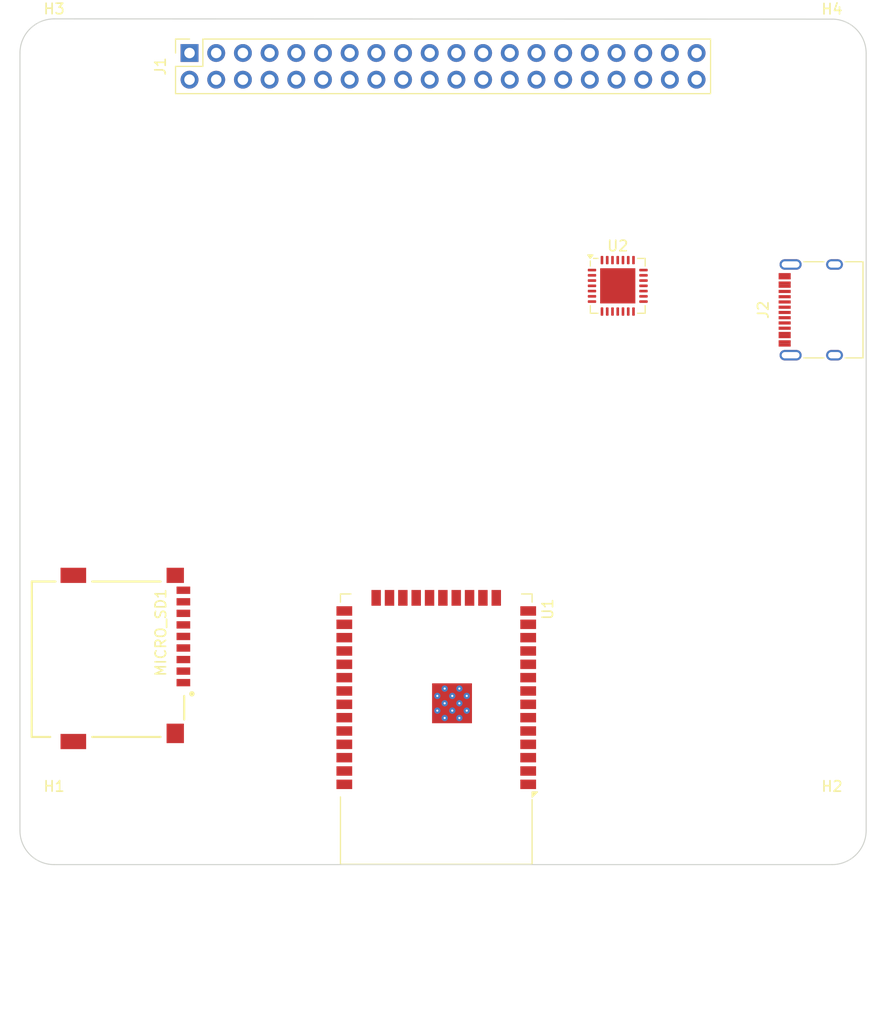
<source format=kicad_pcb>
(kicad_pcb (version 20240108) (generator "pcbnew") (generator_version "8.0")
  (layers (0 "F.Cu" signal) (31 "B.Cu" signal) (34 "B.Paste" user) (35 "F.Paste" user) (36 "B.SilkS" user "B.Silkscreen") (37 "F.SilkS" user "F.Silkscreen") (38 "B.Mask" user) (39 "F.Mask" user) (44 "Edge.Cuts" user))
  (net 0 "")
  (net 2 "Net-(U1-GND-Pad1)")
  (net 95 "Net-(U2-GND-Pad29)")
  (net 118 "Net-(J2-GND-PadA1)")
  (net 119 "Net-(J2-VBUS-PadA4)")
  (footprint "Connector_USB:USB_C_Receptacle_XKB_U262-16XN-4BVC11" (layer "F.Cu") (at 127.254 74.168 90)
    (property "Reference" "J2" (at 0 -5.715 270) (layer "F.SilkS"))
    (property "Value" "USB_C_Receptacle_USB2.0_16P")
    (fp_line (start -4.58 -1.85) (end -4.58 0.07) (stroke (width 0.12)) (layer "F.SilkS"))
    (fp_line (start 4.58 0.07) (end 4.58 -1.85) (stroke (width 0.12)) (layer "F.SilkS"))
    (fp_line (start 4.58 2.08) (end 4.58 3.785) (stroke (width 0.12)) (layer "F.SilkS"))
    (fp_line (start 4.58 3.785) (end -4.58 3.785) (stroke (width 0.12)) (layer "F.SilkS"))
    (fp_line (start -4.58 3.785) (end -4.58 2.08) (stroke (width 0.12)) (layer "F.SilkS"))
    (pad "" np_thru_hole circle (at -2.89 -2.605 90) (size 0.65 0.65) (drill 0.65) (layers "*.Cu" "*.Mask"))
    (pad "" np_thru_hole circle (at 2.89 -2.605 90) (size 0.65 0.65) (drill 0.65) (layers "*.Cu" "*.Mask"))
    (pad "A1" smd rect (at -3.35 -3.67 90) (size 0.3 1.15) (layers "F.Cu" "F.Paste" "F.Mask") (net 118 "Net-(J2-GND-PadA1)"))
    (pad "A4" smd rect (at -2.55 -3.67 90) (size 0.3 1.15) (layers "F.Cu" "F.Paste" "F.Mask") (net 119 "Net-(J2-VBUS-PadA4)"))
    (pad "A5" smd rect (at -1.25 -3.67 90) (size 0.3 1.15) (layers "F.Cu" "F.Paste" "F.Mask"))
    (pad "A6" smd rect (at -0.25 -3.67 90) (size 0.3 1.15) (layers "F.Cu" "F.Paste" "F.Mask"))
    (pad "A7" smd rect (at 0.25 -3.67 90) (size 0.3 1.15) (layers "F.Cu" "F.Paste" "F.Mask"))
    (pad "A8" smd rect (at 1.25 -3.67 90) (size 0.3 1.15) (layers "F.Cu" "F.Paste" "F.Mask"))
    (pad "A9" smd rect (at 2.55 -3.67 90) (size 0.3 1.15) (layers "F.Cu" "F.Paste" "F.Mask") (net 119 "Net-(J2-VBUS-PadA4)"))
    (pad "A12" smd rect (at 3.35 -3.67 90) (size 0.3 1.15) (layers "F.Cu" "F.Paste" "F.Mask") (net 118 "Net-(J2-GND-PadA1)"))
    (pad "B1" smd rect (at 3.05 -3.67 90) (size 0.3 1.15) (layers "F.Cu" "F.Paste" "F.Mask") (net 118 "Net-(J2-GND-PadA1)"))
    (pad "B4" smd rect (at 2.25 -3.67 90) (size 0.3 1.15) (layers "F.Cu" "F.Paste" "F.Mask") (net 119 "Net-(J2-VBUS-PadA4)"))
    (pad "B5" smd rect (at 1.75 -3.67 90) (size 0.3 1.15) (layers "F.Cu" "F.Paste" "F.Mask"))
    (pad "B6" smd rect (at 0.75 -3.67 90) (size 0.3 1.15) (layers "F.Cu" "F.Paste" "F.Mask"))
    (pad "B7" smd rect (at -0.75 -3.67 90) (size 0.3 1.15) (layers "F.Cu" "F.Paste" "F.Mask"))
    (pad "B8" smd rect (at -1.75 -3.67 90) (size 0.3 1.15) (layers "F.Cu" "F.Paste" "F.Mask"))
    (pad "B9" smd rect (at -2.25 -3.67 90) (size 0.3 1.15) (layers "F.Cu" "F.Paste" "F.Mask") (net 119 "Net-(J2-VBUS-PadA4)"))
    (pad "B12" smd rect (at -3.05 -3.67 90) (size 0.3 1.15) (layers "F.Cu" "F.Paste" "F.Mask") (net 118 "Net-(J2-GND-PadA1)"))
    (pad "S1" thru_hole oval (at -4.32 -3.105 90) (size 1 2.1) (drill oval 0.6 1.7) (layers "*.Cu" "*.Mask"))
    (pad "S1" thru_hole oval (at -4.32 1.075 90) (size 1 1.6) (drill oval 0.6 1.2) (layers "*.Cu" "*.Mask"))
    (pad "S1" thru_hole oval (at 4.32 -3.105 90) (size 1 2.1) (drill oval 0.6 1.7) (layers "*.Cu" "*.Mask"))
    (pad "S1" thru_hole oval (at 4.32 1.075 90) (size 1 1.6) (drill oval 0.6 1.2) (layers "*.Cu" "*.Mask"))
  )
  (footprint "Connector_PinSocket_2.54mm:PinSocket_2x20_P2.54mm_Vertical" (layer "F.Cu") (at 66.940388 49.710258 90)
    (property "Reference" "J1" (at -1.27 -2.77 270) (layer "F.SilkS"))
    (property "Value" "Conn_02x20_Odd_Even")
    (fp_line (start 1.33 -1.33) (end 1.33 0) (stroke (width 0.12)) (layer "F.SilkS"))
    (fp_line (start 0 -1.33) (end 1.33 -1.33) (stroke (width 0.12)) (layer "F.SilkS"))
    (fp_line (start -1.27 -1.33) (end -1.27 1.27) (stroke (width 0.12)) (layer "F.SilkS"))
    (fp_line (start -3.87 -1.33) (end -1.27 -1.33) (stroke (width 0.12)) (layer "F.SilkS"))
    (fp_line (start -3.87 -1.33) (end -3.87 49.59) (stroke (width 0.12)) (layer "F.SilkS"))
    (fp_line (start 1.33 1.27) (end 1.33 49.59) (stroke (width 0.12)) (layer "F.SilkS"))
    (fp_line (start -1.27 1.27) (end 1.33 1.27) (stroke (width 0.12)) (layer "F.SilkS"))
    (fp_line (start -3.87 49.59) (end 1.33 49.59) (stroke (width 0.12)) (layer "F.SilkS"))
    (pad "1" thru_hole rect (at 0 0 90) (size 1.7 1.7) (drill 1) (layers "*.Cu" "*.Mask"))
    (pad "2" thru_hole oval (at -2.54 0 90) (size 1.7 1.7) (drill 1) (layers "*.Cu" "*.Mask"))
    (pad "3" thru_hole oval (at 0 2.54 90) (size 1.7 1.7) (drill 1) (layers "*.Cu" "*.Mask"))
    (pad "4" thru_hole oval (at -2.54 2.54 90) (size 1.7 1.7) (drill 1) (layers "*.Cu" "*.Mask"))
    (pad "5" thru_hole oval (at 0 5.08 90) (size 1.7 1.7) (drill 1) (layers "*.Cu" "*.Mask"))
    (pad "6" thru_hole oval (at -2.54 5.08 90) (size 1.7 1.7) (drill 1) (layers "*.Cu" "*.Mask"))
    (pad "7" thru_hole oval (at 0 7.62 90) (size 1.7 1.7) (drill 1) (layers "*.Cu" "*.Mask"))
    (pad "8" thru_hole oval (at -2.54 7.62 90) (size 1.7 1.7) (drill 1) (layers "*.Cu" "*.Mask"))
    (pad "9" thru_hole oval (at 0 10.16 90) (size 1.7 1.7) (drill 1) (layers "*.Cu" "*.Mask"))
    (pad "10" thru_hole oval (at -2.54 10.16 90) (size 1.7 1.7) (drill 1) (layers "*.Cu" "*.Mask"))
    (pad "11" thru_hole oval (at 0 12.7 90) (size 1.7 1.7) (drill 1) (layers "*.Cu" "*.Mask"))
    (pad "12" thru_hole oval (at -2.54 12.7 90) (size 1.7 1.7) (drill 1) (layers "*.Cu" "*.Mask"))
    (pad "13" thru_hole oval (at 0 15.24 90) (size 1.7 1.7) (drill 1) (layers "*.Cu" "*.Mask"))
    (pad "14" thru_hole oval (at -2.54 15.24 90) (size 1.7 1.7) (drill 1) (layers "*.Cu" "*.Mask"))
    (pad "15" thru_hole oval (at 0 17.78 90) (size 1.7 1.7) (drill 1) (layers "*.Cu" "*.Mask"))
    (pad "16" thru_hole oval (at -2.54 17.78 90) (size 1.7 1.7) (drill 1) (layers "*.Cu" "*.Mask"))
    (pad "17" thru_hole oval (at 0 20.32 90) (size 1.7 1.7) (drill 1) (layers "*.Cu" "*.Mask"))
    (pad "18" thru_hole oval (at -2.54 20.32 90) (size 1.7 1.7) (drill 1) (layers "*.Cu" "*.Mask"))
    (pad "19" thru_hole oval (at 0 22.86 90) (size 1.7 1.7) (drill 1) (layers "*.Cu" "*.Mask"))
    (pad "20" thru_hole oval (at -2.54 22.86 90) (size 1.7 1.7) (drill 1) (layers "*.Cu" "*.Mask"))
    (pad "21" thru_hole oval (at 0 25.4 90) (size 1.7 1.7) (drill 1) (layers "*.Cu" "*.Mask"))
    (pad "22" thru_hole oval (at -2.54 25.4 90) (size 1.7 1.7) (drill 1) (layers "*.Cu" "*.Mask"))
    (pad "23" thru_hole oval (at 0 27.94 90) (size 1.7 1.7) (drill 1) (layers "*.Cu" "*.Mask"))
    (pad "24" thru_hole oval (at -2.54 27.94 90) (size 1.7 1.7) (drill 1) (layers "*.Cu" "*.Mask"))
    (pad "25" thru_hole oval (at 0 30.48 90) (size 1.7 1.7) (drill 1) (layers "*.Cu" "*.Mask"))
    (pad "26" thru_hole oval (at -2.54 30.48 90) (size 1.7 1.7) (drill 1) (layers "*.Cu" "*.Mask"))
    (pad "27" thru_hole oval (at 0 33.02 90) (size 1.7 1.7) (drill 1) (layers "*.Cu" "*.Mask"))
    (pad "28" thru_hole oval (at -2.54 33.02 90) (size 1.7 1.7) (drill 1) (layers "*.Cu" "*.Mask"))
    (pad "29" thru_hole oval (at 0 35.56 90) (size 1.7 1.7) (drill 1) (layers "*.Cu" "*.Mask"))
    (pad "30" thru_hole oval (at -2.54 35.56 90) (size 1.7 1.7) (drill 1) (layers "*.Cu" "*.Mask"))
    (pad "31" thru_hole oval (at 0 38.1 90) (size 1.7 1.7) (drill 1) (layers "*.Cu" "*.Mask"))
    (pad "32" thru_hole oval (at -2.54 38.1 90) (size 1.7 1.7) (drill 1) (layers "*.Cu" "*.Mask"))
    (pad "33" thru_hole oval (at 0 40.64 90) (size 1.7 1.7) (drill 1) (layers "*.Cu" "*.Mask"))
    (pad "34" thru_hole oval (at -2.54 40.64 90) (size 1.7 1.7) (drill 1) (layers "*.Cu" "*.Mask"))
    (pad "35" thru_hole oval (at 0 43.18 90) (size 1.7 1.7) (drill 1) (layers "*.Cu" "*.Mask"))
    (pad "36" thru_hole oval (at -2.54 43.18 90) (size 1.7 1.7) (drill 1) (layers "*.Cu" "*.Mask"))
    (pad "37" thru_hole oval (at 0 45.72 90) (size 1.7 1.7) (drill 1) (layers "*.Cu" "*.Mask"))
    (pad "38" thru_hole oval (at -2.54 45.72 90) (size 1.7 1.7) (drill 1) (layers "*.Cu" "*.Mask"))
    (pad "39" thru_hole oval (at 0 48.26 90) (size 1.7 1.7) (drill 1) (layers "*.Cu" "*.Mask"))
    (pad "40" thru_hole oval (at -2.54 48.26 90) (size 1.7 1.7) (drill 1) (layers "*.Cu" "*.Mask"))
  )
  (footprint "MountingHole:MountingHole_3.2mm_M3" (layer "F.Cu") (at 128.089824 49.732)
    (property "Reference" "H4" (at 0 -4.2 0) (layer "F.SilkS"))
    (property "Value" "MountingHole")
    (pad "" np_thru_hole circle (at 0 0) (size 3.2 3.2) (drill 3.2) (layers "*.Cu" "*.Mask"))
  )
  (footprint "TF-01A:TF-01A" (layer "F.Cu") (at 59.182 107.442 -90)
    (property "Reference" "MICRO_SD1" (at -2.54 -5.024 90) (layer "F.SilkS"))
    (property "Value" "TF-01A")
    (fp_line (start 7.39902 7.2627) (end 7.4 5.5) (stroke (width 0.2032)) (layer "F.SilkS"))
    (fp_line (start -7.39902 7.25) (end 7.39902 7.2627) (stroke (width 0.2032)) (layer "F.SilkS"))
    (fp_line (start -7.4 5) (end -7.39902 7.25) (stroke (width 0.2032)) (layer "F.SilkS"))
    (fp_line (start 7.4 1.5) (end 7.4 -5) (stroke (width 0.2032)) (layer "F.SilkS"))
    (fp_line (start -7.4 -5) (end -7.4 1.5) (stroke (width 0.2032)) (layer "F.SilkS"))
    (fp_line (start 3.5 -7.25) (end 5.738 -7.25) (stroke (width 0.2032)) (layer "F.SilkS"))
    (fp_circle (center 3.29565 -7.98449) (end 3.54965 -7.98449) (fill solid) (layer "F.SilkS"))
    (pad "" np_thru_hole circle (at -5.0038 3.5306 270) (size 0.999997 0.999997) (drill 0.999997) (layers "*.Cu" "*.Mask"))
    (pad "" np_thru_hole circle (at 2.9718 3.5306 270) (size 0.999997 0.999997) (drill 0.999997) (layers "*.Cu" "*.Mask"))
    (pad "1" smd rect (at 2.2298 -7.1738 270) (size 0.7 1.3) (layers "F.Cu" "F.Paste" "F.Mask"))
    (pad "2" smd rect (at 1.1298 -7.1738 270) (size 0.7 1.3) (layers "F.Cu" "F.Paste" "F.Mask"))
    (pad "3" smd rect (at 0.0298 -7.1738 270) (size 0.7 1.3) (layers "F.Cu" "F.Paste" "F.Mask"))
    (pad "4" smd rect (at -1.0702 -7.1738 270) (size 0.7 1.3) (layers "F.Cu" "F.Paste" "F.Mask"))
    (pad "5" smd rect (at -2.1702 -7.1738 270) (size 0.7 1.3) (layers "F.Cu" "F.Paste" "F.Mask"))
    (pad "6" smd rect (at -3.2702 -7.1738 270) (size 0.7 1.3) (layers "F.Cu" "F.Paste" "F.Mask"))
    (pad "7" smd rect (at -4.3702 -7.1738 270) (size 0.7 1.3) (layers "F.Cu" "F.Paste" "F.Mask"))
    (pad "8" smd rect (at -5.4702 -7.1738 270) (size 0.7 1.3) (layers "F.Cu" "F.Paste" "F.Mask"))
    (pad "CD1" smd rect (at -6.5702 -7.1738 270) (size 0.7 1.3) (layers "F.Cu" "F.Paste" "F.Mask"))
    (pad "MP1" smd rect (at -7.9886 -6.4 270) (size 1.4478 1.651) (layers "F.Cu" "F.Paste" "F.Mask"))
    (pad "MP2" smd rect (at -7.9886 3.3 270) (size 1.4478 2.4384) (layers "F.Cu" "F.Paste" "F.Mask"))
    (pad "MP3" smd rect (at 7.8362 3.3 270) (size 1.4478 2.4384) (layers "F.Cu" "F.Paste" "F.Mask"))
    (pad "MP4" smd rect (at 7.0612 -6.4 270) (size 1.8542 1.651) (layers "F.Cu" "F.Paste" "F.Mask"))
  )
  (footprint "Package_DFN_QFN:QFN-28-1EP_5x5mm_P0.5mm_EP3.35x3.35mm" (layer "F.Cu") (at 107.696 71.882)
    (property "Reference" "U2" (at 0 -3.8 0) (layer "F.SilkS"))
    (property "Value" "CP2102N-Axx-xQFN28")
    (fp_line (start -2.61 -1.885) (end -2.61 -2.37) (stroke (width 0.12)) (layer "F.SilkS"))
    (fp_line (start -2.61 2.61) (end -2.61 1.885) (stroke (width 0.12)) (layer "F.SilkS"))
    (fp_line (start -1.885 -2.61) (end -2.31 -2.61) (stroke (width 0.12)) (layer "F.SilkS"))
    (fp_line (start -1.885 2.61) (end -2.61 2.61) (stroke (width 0.12)) (layer "F.SilkS"))
    (fp_line (start 1.885 -2.61) (end 2.61 -2.61) (stroke (width 0.12)) (layer "F.SilkS"))
    (fp_line (start 1.885 2.61) (end 2.61 2.61) (stroke (width 0.12)) (layer "F.SilkS"))
    (fp_line (start 2.61 -2.61) (end 2.61 -1.885) (stroke (width 0.12)) (layer "F.SilkS"))
    (fp_line (start 2.61 2.61) (end 2.61 1.885) (stroke (width 0.12)) (layer "F.SilkS"))
    (fp_poly (pts (xy -2.61 -2.61) (xy -2.85 -2.94) (xy -2.37 -2.94) (xy -2.61 -2.61)) (stroke (width 0.12)) (fill solid) (layer "F.SilkS"))
    (pad "1" smd roundrect (at -2.45 -1.5) (size 0.8 0.25) (layers "F.Cu" "F.Paste" "F.Mask"))
    (pad "2" smd roundrect (at -2.45 -1) (size 0.8 0.25) (layers "F.Cu" "F.Paste" "F.Mask"))
    (pad "3" smd roundrect (at -2.45 -0.5) (size 0.8 0.25) (layers "F.Cu" "F.Paste" "F.Mask") (net 95 "Net-(U2-GND-Pad29)"))
    (pad "4" smd roundrect (at -2.45 0) (size 0.8 0.25) (layers "F.Cu" "F.Paste" "F.Mask"))
    (pad "5" smd roundrect (at -2.45 0.5) (size 0.8 0.25) (layers "F.Cu" "F.Paste" "F.Mask"))
    (pad "6" smd roundrect (at -2.45 1) (size 0.8 0.25) (layers "F.Cu" "F.Paste" "F.Mask"))
    (pad "7" smd roundrect (at -2.45 1.5) (size 0.8 0.25) (layers "F.Cu" "F.Paste" "F.Mask"))
    (pad "8" smd roundrect (at -1.5 2.45) (size 0.25 0.8) (layers "F.Cu" "F.Paste" "F.Mask"))
    (pad "9" smd roundrect (at -1 2.45) (size 0.25 0.8) (layers "F.Cu" "F.Paste" "F.Mask"))
    (pad "10" smd roundrect (at -0.5 2.45) (size 0.25 0.8) (layers "F.Cu" "F.Paste" "F.Mask"))
    (pad "11" smd roundrect (at 0 2.45) (size 0.25 0.8) (layers "F.Cu" "F.Paste" "F.Mask"))
    (pad "12" smd roundrect (at 0.5 2.45) (size 0.25 0.8) (layers "F.Cu" "F.Paste" "F.Mask"))
    (pad "13" smd roundrect (at 1 2.45) (size 0.25 0.8) (layers "F.Cu" "F.Paste" "F.Mask"))
    (pad "14" smd roundrect (at 1.5 2.45) (size 0.25 0.8) (layers "F.Cu" "F.Paste" "F.Mask"))
    (pad "15" smd roundrect (at 2.45 1.5) (size 0.8 0.25) (layers "F.Cu" "F.Paste" "F.Mask"))
    (pad "16" smd roundrect (at 2.45 1) (size 0.8 0.25) (layers "F.Cu" "F.Paste" "F.Mask"))
    (pad "17" smd roundrect (at 2.45 0.5) (size 0.8 0.25) (layers "F.Cu" "F.Paste" "F.Mask"))
    (pad "18" smd roundrect (at 2.45 0) (size 0.8 0.25) (layers "F.Cu" "F.Paste" "F.Mask"))
    (pad "19" smd roundrect (at 2.45 -0.5) (size 0.8 0.25) (layers "F.Cu" "F.Paste" "F.Mask"))
    (pad "20" smd roundrect (at 2.45 -1) (size 0.8 0.25) (layers "F.Cu" "F.Paste" "F.Mask"))
    (pad "21" smd roundrect (at 2.45 -1.5) (size 0.8 0.25) (layers "F.Cu" "F.Paste" "F.Mask"))
    (pad "22" smd roundrect (at 1.5 -2.45) (size 0.25 0.8) (layers "F.Cu" "F.Paste" "F.Mask"))
    (pad "23" smd roundrect (at 1 -2.45) (size 0.25 0.8) (layers "F.Cu" "F.Paste" "F.Mask"))
    (pad "24" smd roundrect (at 0.5 -2.45) (size 0.25 0.8) (layers "F.Cu" "F.Paste" "F.Mask"))
    (pad "25" smd roundrect (at 0 -2.45) (size 0.25 0.8) (layers "F.Cu" "F.Paste" "F.Mask"))
    (pad "26" smd roundrect (at -0.5 -2.45) (size 0.25 0.8) (layers "F.Cu" "F.Paste" "F.Mask"))
    (pad "27" smd roundrect (at -1 -2.45) (size 0.25 0.8) (layers "F.Cu" "F.Paste" "F.Mask"))
    (pad "28" smd roundrect (at -1.5 -2.45) (size 0.25 0.8) (layers "F.Cu" "F.Paste" "F.Mask"))
    (pad "29" smd rect (at 0 0) (size 3.35 3.35) (property pad_prop_heatsink) (layers "F.Cu" "F.Mask") (net 95 "Net-(U2-GND-Pad29)"))
  )
  (footprint "MountingHole:MountingHole_3.2mm_M3" (layer "F.Cu") (at 54.05 123.75)
    (property "Reference" "H1" (at 0 -4.2 0) (layer "F.SilkS"))
    (property "Value" "MountingHole")
    (pad "" np_thru_hole circle (at 0 0) (size 3.2 3.2) (drill 3.2) (layers "*.Cu" "*.Mask"))
  )
  (footprint "RF_Module:ESP32-WROOM-32D" (layer "F.Cu") (at 90.424 111.106 180)
    (property "Reference" "U1" (at -10.61 8.43 -90) (layer "F.SilkS"))
    (property "Value" "ESP32-WROOM-32E")
    (fp_line (start 9.12 9.88) (end 8.12 9.88) (stroke (width 0.12)) (layer "F.SilkS"))
    (fp_line (start 9.12 9.1) (end 9.12 9.88) (stroke (width 0.12)) (layer "F.SilkS"))
    (fp_line (start 9.12 -15.86) (end 9.12 -9.445) (stroke (width 0.12)) (layer "F.SilkS"))
    (fp_line (start -9.12 9.88) (end -8.12 9.88) (stroke (width 0.12)) (layer "F.SilkS"))
    (fp_line (start -9.12 9.1) (end -9.12 9.88) (stroke (width 0.12)) (layer "F.SilkS"))
    (fp_line (start -9.12 -15.86) (end 9.12 -15.86) (stroke (width 0.12)) (layer "F.SilkS"))
    (fp_line (start -9.12 -15.86) (end -9.12 -9.7) (stroke (width 0.12)) (layer "F.SilkS"))
    (fp_poly (pts (xy -9.125 -8.975) (xy -9.625 -8.975) (xy -9.125 -9.475) (xy -9.125 -8.975)) (stroke (width 0.12)) (fill solid) (layer "F.SilkS"))
    (pad "1" smd rect (at -8.75 -8.25 180) (size 1.5 0.9) (layers "F.Cu" "F.Paste" "F.Mask") (net 2 "Net-(U1-GND-Pad1)"))
    (pad "2" smd rect (at -8.75 -6.98 180) (size 1.5 0.9) (layers "F.Cu" "F.Paste" "F.Mask"))
    (pad "3" smd rect (at -8.75 -5.71 180) (size 1.5 0.9) (layers "F.Cu" "F.Paste" "F.Mask"))
    (pad "4" smd rect (at -8.75 -4.44 180) (size 1.5 0.9) (layers "F.Cu" "F.Paste" "F.Mask"))
    (pad "5" smd rect (at -8.75 -3.17 180) (size 1.5 0.9) (layers "F.Cu" "F.Paste" "F.Mask"))
    (pad "6" smd rect (at -8.75 -1.9 180) (size 1.5 0.9) (layers "F.Cu" "F.Paste" "F.Mask"))
    (pad "7" smd rect (at -8.75 -0.63 180) (size 1.5 0.9) (layers "F.Cu" "F.Paste" "F.Mask"))
    (pad "8" smd rect (at -8.75 0.64 180) (size 1.5 0.9) (layers "F.Cu" "F.Paste" "F.Mask"))
    (pad "9" smd rect (at -8.75 1.91 180) (size 1.5 0.9) (layers "F.Cu" "F.Paste" "F.Mask"))
    (pad "10" smd rect (at -8.75 3.18 180) (size 1.5 0.9) (layers "F.Cu" "F.Paste" "F.Mask"))
    (pad "11" smd rect (at -8.75 4.45 180) (size 1.5 0.9) (layers "F.Cu" "F.Paste" "F.Mask"))
    (pad "12" smd rect (at -8.75 5.72 180) (size 1.5 0.9) (layers "F.Cu" "F.Paste" "F.Mask"))
    (pad "13" smd rect (at -8.75 6.99 180) (size 1.5 0.9) (layers "F.Cu" "F.Paste" "F.Mask"))
    (pad "14" smd rect (at -8.75 8.26 180) (size 1.5 0.9) (layers "F.Cu" "F.Paste" "F.Mask"))
    (pad "15" smd rect (at -5.71 9.51 270) (size 1.5 0.9) (layers "F.Cu" "F.Paste" "F.Mask") (net 2 "Net-(U1-GND-Pad1)"))
    (pad "16" smd rect (at -4.44 9.51 270) (size 1.5 0.9) (layers "F.Cu" "F.Paste" "F.Mask"))
    (pad "17" smd rect (at -3.17 9.51 270) (size 1.5 0.9) (layers "F.Cu" "F.Paste" "F.Mask"))
    (pad "18" smd rect (at -1.9 9.51 270) (size 1.5 0.9) (layers "F.Cu" "F.Paste" "F.Mask"))
    (pad "19" smd rect (at -0.63 9.51 270) (size 1.5 0.9) (layers "F.Cu" "F.Paste" "F.Mask"))
    (pad "20" smd rect (at 0.64 9.51 270) (size 1.5 0.9) (layers "F.Cu" "F.Paste" "F.Mask"))
    (pad "21" smd rect (at 1.91 9.51 270) (size 1.5 0.9) (layers "F.Cu" "F.Paste" "F.Mask"))
    (pad "22" smd rect (at 3.18 9.51 270) (size 1.5 0.9) (layers "F.Cu" "F.Paste" "F.Mask"))
    (pad "23" smd rect (at 4.45 9.51 270) (size 1.5 0.9) (layers "F.Cu" "F.Paste" "F.Mask"))
    (pad "24" smd rect (at 5.72 9.51 270) (size 1.5 0.9) (layers "F.Cu" "F.Paste" "F.Mask"))
    (pad "25" smd rect (at 8.75 8.26 180) (size 1.5 0.9) (layers "F.Cu" "F.Paste" "F.Mask"))
    (pad "26" smd rect (at 8.75 6.99 180) (size 1.5 0.9) (layers "F.Cu" "F.Paste" "F.Mask"))
    (pad "27" smd rect (at 8.75 5.72 180) (size 1.5 0.9) (layers "F.Cu" "F.Paste" "F.Mask"))
    (pad "28" smd rect (at 8.75 4.45 180) (size 1.5 0.9) (layers "F.Cu" "F.Paste" "F.Mask"))
    (pad "29" smd rect (at 8.75 3.18 180) (size 1.5 0.9) (layers "F.Cu" "F.Paste" "F.Mask"))
    (pad "30" smd rect (at 8.75 1.91 180) (size 1.5 0.9) (layers "F.Cu" "F.Paste" "F.Mask"))
    (pad "31" smd rect (at 8.75 0.64 180) (size 1.5 0.9) (layers "F.Cu" "F.Paste" "F.Mask"))
    (pad "32" smd rect (at 8.75 -0.63 180) (size 1.5 0.9) (layers "F.Cu" "F.Paste" "F.Mask"))
    (pad "33" smd rect (at 8.75 -1.9 180) (size 1.5 0.9) (layers "F.Cu" "F.Paste" "F.Mask"))
    (pad "34" smd rect (at 8.75 -3.17 180) (size 1.5 0.9) (layers "F.Cu" "F.Paste" "F.Mask"))
    (pad "35" smd rect (at 8.75 -4.44 180) (size 1.5 0.9) (layers "F.Cu" "F.Paste" "F.Mask"))
    (pad "36" smd rect (at 8.75 -5.71 180) (size 1.5 0.9) (layers "F.Cu" "F.Paste" "F.Mask"))
    (pad "37" smd rect (at 8.75 -6.98 180) (size 1.5 0.9) (layers "F.Cu" "F.Paste" "F.Mask"))
    (pad "38" smd rect (at 8.75 -8.25 180) (size 1.5 0.9) (layers "F.Cu" "F.Paste" "F.Mask") (net 2 "Net-(U1-GND-Pad1)"))
    (pad "39" smd rect (at -2.9 -1.93 180) (size 0.9 0.9) (layers "F.Cu" "F.Paste") (net 2 "Net-(U1-GND-Pad1)"))
    (pad "39" thru_hole circle (at -2.9 -1.23 180) (size 0.6 0.6) (drill 0.2) (property pad_prop_heatsink) (layers "*.Cu" "F.Mask") (net 2 "Net-(U1-GND-Pad1)"))
    (pad "39" smd rect (at -2.9 -0.53 180) (size 0.9 0.9) (layers "F.Cu" "F.Paste") (net 2 "Net-(U1-GND-Pad1)"))
    (pad "39" thru_hole circle (at -2.9 0.17 180) (size 0.6 0.6) (drill 0.2) (property pad_prop_heatsink) (layers "*.Cu" "F.Mask") (net 2 "Net-(U1-GND-Pad1)"))
    (pad "39" smd rect (at -2.9 0.87 180) (size 0.9 0.9) (layers "F.Cu" "F.Paste") (net 2 "Net-(U1-GND-Pad1)"))
    (pad "39" thru_hole circle (at -2.2 -1.93 180) (size 0.6 0.6) (drill 0.2) (property pad_prop_heatsink) (layers "*.Cu" "F.Mask") (net 2 "Net-(U1-GND-Pad1)"))
    (pad "39" thru_hole circle (at -2.2 -0.53 180) (size 0.6 0.6) (drill 0.2) (property pad_prop_heatsink) (layers "*.Cu" "F.Mask") (net 2 "Net-(U1-GND-Pad1)"))
    (pad "39" thru_hole circle (at -2.2 0.87 180) (size 0.6 0.6) (drill 0.2) (property pad_prop_heatsink) (layers "*.Cu" "F.Mask") (net 2 "Net-(U1-GND-Pad1)"))
    (pad "39" thru_hole circle (at -1.525 -1.23 180) (size 0.6 0.6) (drill 0.2) (property pad_prop_heatsink) (layers "*.Cu" "F.Mask") (net 2 "Net-(U1-GND-Pad1)"))
    (pad "39" thru_hole circle (at -1.525 0.17 180) (size 0.6 0.6) (drill 0.2) (property pad_prop_heatsink) (layers "*.Cu" "F.Mask") (net 2 "Net-(U1-GND-Pad1)"))
    (pad "39" smd rect (at -1.5 -1.93 180) (size 0.9 0.9) (layers "F.Cu" "F.Paste") (net 2 "Net-(U1-GND-Pad1)"))
    (pad "39" smd rect (at -1.5 -0.53 180) (size 0.9 0.9) (layers "F.Cu" "F.Paste") (net 2 "Net-(U1-GND-Pad1)"))
    (pad "39" smd rect (at -1.5 -0.53 180) (size 3.8 3.8) (layers "F.Cu" "F.Mask") (net 2 "Net-(U1-GND-Pad1)"))
    (pad "39" smd rect (at -1.5 0.87 180) (size 0.9 0.9) (layers "F.Cu" "F.Paste") (net 2 "Net-(U1-GND-Pad1)"))
    (pad "39" thru_hole circle (at -0.8 -1.93 180) (size 0.6 0.6) (drill 0.2) (property pad_prop_heatsink) (layers "*.Cu" "F.Mask") (net 2 "Net-(U1-GND-Pad1)"))
    (pad "39" thru_hole circle (at -0.8 -0.53 180) (size 0.6 0.6) (drill 0.2) (property pad_prop_heatsink) (layers "*.Cu" "F.Mask") (net 2 "Net-(U1-GND-Pad1)"))
    (pad "39" thru_hole circle (at -0.8 0.87 180) (size 0.6 0.6) (drill 0.2) (property pad_prop_heatsink) (layers "*.Cu" "F.Mask") (net 2 "Net-(U1-GND-Pad1)"))
    (pad "39" smd rect (at -0.1 -1.93 180) (size 0.9 0.9) (layers "F.Cu" "F.Paste") (net 2 "Net-(U1-GND-Pad1)"))
    (pad "39" thru_hole circle (at -0.1 -1.23 180) (size 0.6 0.6) (drill 0.2) (property pad_prop_heatsink) (layers "*.Cu" "F.Mask") (net 2 "Net-(U1-GND-Pad1)"))
    (pad "39" smd rect (at -0.1 -0.53 180) (size 0.9 0.9) (layers "F.Cu" "F.Paste") (net 2 "Net-(U1-GND-Pad1)"))
    (pad "39" thru_hole circle (at -0.1 0.17 180) (size 0.6 0.6) (drill 0.2) (property pad_prop_heatsink) (layers "*.Cu" "F.Mask") (net 2 "Net-(U1-GND-Pad1)"))
    (pad "39" smd rect (at -0.1 0.87 180) (size 0.9 0.9) (layers "F.Cu" "F.Paste") (net 2 "Net-(U1-GND-Pad1)"))
  )
  (footprint "MountingHole:MountingHole_3.2mm_M3" (layer "F.Cu") (at 128.089824 123.749705)
    (property "Reference" "H2" (at 0 -4.2 0) (layer "F.SilkS"))
    (property "Value" "MountingHole")
    (pad "" np_thru_hole circle (at 0 0) (size 3.2 3.2) (drill 3.2) (layers "*.Cu" "*.Mask"))
  )
  (footprint "MountingHole:MountingHole_3.2mm_M3" (layer "F.Cu") (at 54.051388 49.710258)
    (property "Reference" "H3" (at 0 -4.2 0) (layer "F.SilkS"))
    (property "Value" "MountingHole")
    (pad "" np_thru_hole circle (at 0 0) (size 3.2 3.2) (drill 3.2) (layers "*.Cu" "*.Mask"))
  )
  (gr_line (start 50.801388 49.710258) (end 50.8 123.75) (stroke (width 0.1)) (layer "Edge.Cuts"))
  (gr_arc (start 54.05 127) (mid 51.751903 126.048097) (end 50.8 123.75) (stroke (width 0.1)) (layer "Edge.Cuts"))
  (gr_arc (start 50.801388 49.710258) (mid 51.753291 47.412161) (end 54.051388 46.460258) (stroke (width 0.1)) (layer "Edge.Cuts"))
  (gr_line (start 131.339824 49.732) (end 131.339824 123.749705) (stroke (width 0.1)) (layer "Edge.Cuts"))
  (gr_arc (start 131.339824 123.749705) (mid 130.387921 126.047802) (end 128.089824 126.999705) (stroke (width 0.1)) (layer "Edge.Cuts"))
  (gr_line (start 128.089824 126.999705) (end 54.05 127) (stroke (width 0.1)) (layer "Edge.Cuts"))
  (gr_line (start 54.051388 46.460258) (end 128.089824 46.482) (stroke (width 0.1)) (layer "Edge.Cuts"))
  (gr_arc (start 128.089824 46.482) (mid 130.387921 47.433903) (end 131.339824 49.732) (stroke (width 0.1)) (layer "Edge.Cuts"))
)
</source>
